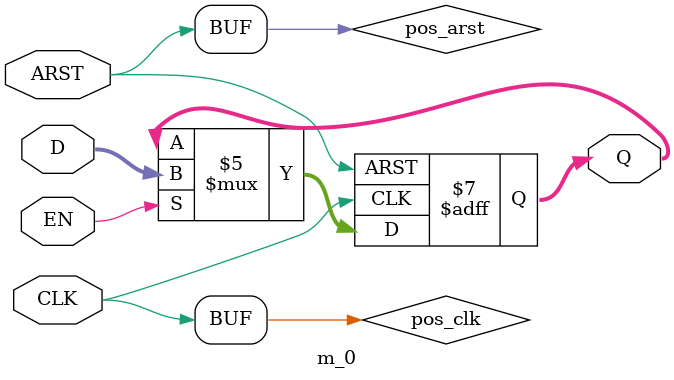
<source format=v>
module m_0 (ARST, CLK, D, EN, Q);

parameter WIDTH = 2;
parameter CLK_POLARITY = 1'b1;
parameter EN_POLARITY = 1'b1;
parameter ARST_POLARITY = 1'b1;
parameter ARST_VALUE = 2;

input CLK, ARST, EN;
input [WIDTH-1:0] D;
output reg [WIDTH-1:0] Q;
wire pos_clk = CLK == CLK_POLARITY;
wire pos_arst = ARST == ARST_POLARITY;

always @(posedge pos_clk, posedge pos_arst) begin
	if (pos_arst)
		Q <= ARST_VALUE;
	else if (EN == EN_POLARITY)
		Q <= D;
end

endmodule

</source>
